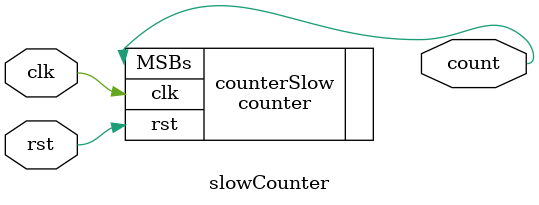
<source format=sv>
`timescale 1ns / 1ps


module slowCounter(
    input clk,
    input rst,
    output count
    );
    
    counter #(.N(4)) counterSlow(
        .clk(clk),
        .rst(rst),
        .MSBs(count)
    );
endmodule

</source>
